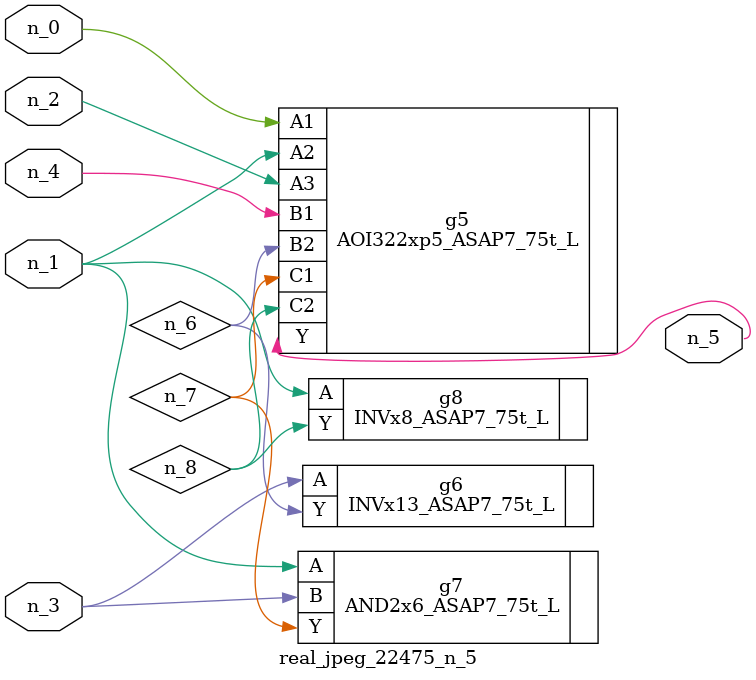
<source format=v>
module real_jpeg_22475_n_5 (n_4, n_0, n_1, n_2, n_3, n_5);

input n_4;
input n_0;
input n_1;
input n_2;
input n_3;

output n_5;

wire n_8;
wire n_6;
wire n_7;

AOI322xp5_ASAP7_75t_L g5 ( 
.A1(n_0),
.A2(n_1),
.A3(n_2),
.B1(n_4),
.B2(n_6),
.C1(n_7),
.C2(n_8),
.Y(n_5)
);

AND2x6_ASAP7_75t_L g7 ( 
.A(n_1),
.B(n_3),
.Y(n_7)
);

INVx8_ASAP7_75t_L g8 ( 
.A(n_1),
.Y(n_8)
);

INVx13_ASAP7_75t_L g6 ( 
.A(n_3),
.Y(n_6)
);


endmodule
</source>
